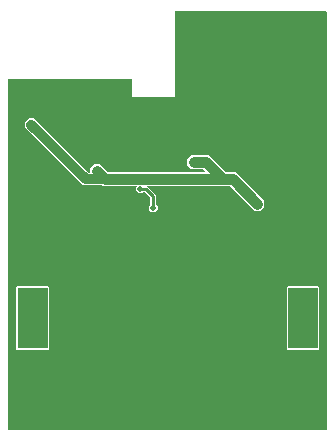
<source format=gbr>
G04 EAGLE Gerber RS-274X export*
G75*
%MOMM*%
%FSLAX34Y34*%
%LPD*%
%INBottom Copper*%
%IPPOS*%
%AMOC8*
5,1,8,0,0,1.08239X$1,22.5*%
G01*
%ADD10R,2.500000X5.100000*%
%ADD11C,17.800000*%
%ADD12C,0.508000*%
%ADD13C,0.600000*%
%ADD14C,0.750000*%
%ADD15C,0.457200*%
%ADD16C,0.800000*%
%ADD17C,0.150000*%
%ADD18C,0.863600*%
%ADD19C,0.914400*%
%ADD20C,0.502400*%
%ADD21C,0.812800*%
%ADD22C,0.254000*%

G36*
X270010Y2163D02*
X270010Y2163D01*
X270018Y2161D01*
X270676Y2247D01*
X270690Y2255D01*
X270708Y2256D01*
X271320Y2510D01*
X271332Y2521D01*
X271349Y2526D01*
X271875Y2930D01*
X271883Y2944D01*
X271898Y2953D01*
X272302Y3479D01*
X272306Y3495D01*
X272318Y3508D01*
X272572Y4120D01*
X272572Y4136D01*
X272581Y4152D01*
X272667Y4810D01*
X272666Y4814D01*
X272666Y4815D01*
X272665Y4818D01*
X272668Y4826D01*
X272668Y355092D01*
X272665Y355100D01*
X272667Y355108D01*
X272581Y355766D01*
X272573Y355780D01*
X272572Y355798D01*
X272318Y356410D01*
X272307Y356422D01*
X272302Y356439D01*
X271898Y356965D01*
X271884Y356973D01*
X271875Y356988D01*
X271349Y357392D01*
X271333Y357396D01*
X271320Y357408D01*
X270883Y357590D01*
X270860Y357589D01*
X270834Y357599D01*
X144272Y357599D01*
X144270Y357598D01*
X144268Y357599D01*
X144225Y357579D01*
X144181Y357561D01*
X144181Y357559D01*
X144179Y357558D01*
X144146Y357473D01*
X144146Y284860D01*
X107060Y284860D01*
X107060Y299466D01*
X107059Y299468D01*
X107060Y299470D01*
X107040Y299513D01*
X107022Y299557D01*
X107020Y299557D01*
X107019Y299559D01*
X106934Y299592D01*
X2540Y299592D01*
X2538Y299591D01*
X2536Y299592D01*
X2493Y299572D01*
X2449Y299554D01*
X2449Y299552D01*
X2447Y299551D01*
X2414Y299466D01*
X2414Y4826D01*
X2417Y4818D01*
X2415Y4810D01*
X2501Y4152D01*
X2509Y4138D01*
X2510Y4120D01*
X2764Y3508D01*
X2775Y3496D01*
X2780Y3479D01*
X3184Y2953D01*
X3188Y2950D01*
X3189Y2950D01*
X3190Y2949D01*
X3198Y2945D01*
X3207Y2930D01*
X3733Y2526D01*
X3749Y2522D01*
X3762Y2510D01*
X4374Y2256D01*
X4390Y2256D01*
X4406Y2247D01*
X5064Y2161D01*
X5071Y2163D01*
X5080Y2160D01*
X270002Y2160D01*
X270010Y2163D01*
G37*
%LPC*%
G36*
X123909Y186871D02*
X123909Y186871D01*
X121693Y189087D01*
X121693Y192221D01*
X122390Y192918D01*
X122392Y192921D01*
X122394Y192922D01*
X122427Y193007D01*
X122427Y199640D01*
X122426Y199643D01*
X122427Y199646D01*
X122390Y199729D01*
X118026Y204094D01*
X118023Y204095D01*
X118022Y204098D01*
X117937Y204131D01*
X117403Y204131D01*
X117400Y204129D01*
X117397Y204130D01*
X117313Y204094D01*
X116080Y202861D01*
X112924Y202861D01*
X110691Y205093D01*
X110691Y208250D01*
X111437Y208995D01*
X111437Y208996D01*
X111438Y208997D01*
X111455Y209042D01*
X111474Y209086D01*
X111473Y209087D01*
X111473Y209088D01*
X111453Y209133D01*
X111434Y209176D01*
X111433Y209177D01*
X111432Y209178D01*
X111347Y209211D01*
X82134Y209211D01*
X81663Y209682D01*
X81660Y209683D01*
X81659Y209686D01*
X81574Y209719D01*
X66023Y209719D01*
X16921Y258820D01*
X16921Y263240D01*
X20046Y266365D01*
X24466Y266365D01*
X70405Y220425D01*
X70408Y220424D01*
X70410Y220421D01*
X70495Y220388D01*
X71389Y220388D01*
X71391Y220389D01*
X71393Y220388D01*
X71436Y220408D01*
X71480Y220427D01*
X71480Y220429D01*
X71482Y220429D01*
X71515Y220514D01*
X71515Y224670D01*
X74938Y228093D01*
X79778Y228093D01*
X86938Y220933D01*
X86941Y220932D01*
X86942Y220929D01*
X87027Y220896D01*
X170078Y220896D01*
X170079Y220897D01*
X170080Y220896D01*
X170124Y220916D01*
X170169Y220935D01*
X170169Y220936D01*
X170170Y220936D01*
X170187Y220981D01*
X170204Y221026D01*
X170204Y221027D01*
X170204Y221028D01*
X170168Y221112D01*
X167655Y223624D01*
X167652Y223626D01*
X167650Y223628D01*
X167566Y223661D01*
X157092Y223661D01*
X153669Y227084D01*
X153669Y231924D01*
X157092Y235347D01*
X172458Y235347D01*
X175918Y231887D01*
X186872Y220933D01*
X186875Y220932D01*
X186876Y220929D01*
X186961Y220896D01*
X195037Y220896D01*
X198496Y217437D01*
X219457Y196476D01*
X219457Y191636D01*
X216034Y188213D01*
X211194Y188213D01*
X190233Y209174D01*
X190231Y209175D01*
X190230Y209177D01*
X190229Y209177D01*
X190229Y209178D01*
X190144Y209211D01*
X120400Y209211D01*
X120399Y209210D01*
X120398Y209211D01*
X120354Y209191D01*
X120309Y209172D01*
X120309Y209171D01*
X120308Y209171D01*
X120291Y209126D01*
X120274Y209080D01*
X120274Y209079D01*
X120274Y209078D01*
X120311Y208995D01*
X125983Y203322D01*
X127509Y201797D01*
X127509Y194023D01*
X127510Y194020D01*
X127509Y194017D01*
X127546Y193934D01*
X129259Y192221D01*
X129259Y189087D01*
X127043Y186871D01*
X123909Y186871D01*
G37*
%LPD*%
%LPC*%
G36*
X239168Y70661D02*
X239168Y70661D01*
X238423Y71406D01*
X238423Y123458D01*
X239168Y124203D01*
X265220Y124203D01*
X265965Y123458D01*
X265965Y71406D01*
X265220Y70661D01*
X239168Y70661D01*
G37*
%LPD*%
%LPC*%
G36*
X10168Y70661D02*
X10168Y70661D01*
X9423Y71406D01*
X9423Y123458D01*
X10168Y124203D01*
X36220Y124203D01*
X36965Y123458D01*
X36965Y71406D01*
X36220Y70661D01*
X10168Y70661D01*
G37*
%LPD*%
D10*
X252194Y97432D03*
X23194Y97432D03*
D11*
X137694Y97432D03*
D12*
X43434Y294894D03*
D13*
X223728Y170942D03*
D14*
X188468Y114554D03*
D15*
X10160Y280416D03*
X20320Y280416D03*
X30480Y280416D03*
X40640Y280416D03*
X45720Y271526D03*
X55880Y271526D03*
X50800Y280416D03*
X60960Y280416D03*
X71120Y280416D03*
X66040Y271526D03*
X151130Y279146D03*
X76200Y271526D03*
X86360Y274066D03*
X81280Y280416D03*
X91440Y280416D03*
X101600Y280416D03*
X96520Y271526D03*
X105410Y272796D03*
X130810Y280416D03*
X140970Y279146D03*
X158750Y272796D03*
X102870Y265176D03*
X158750Y262636D03*
X151130Y256286D03*
X142240Y256286D03*
X104648Y244602D03*
X104648Y234442D03*
X104648Y224282D03*
X114808Y234442D03*
X114808Y244602D03*
X114808Y224282D03*
X124968Y244602D03*
X124968Y234442D03*
X124968Y224282D03*
X135890Y251206D03*
D13*
X202392Y185420D03*
D16*
X246888Y87884D03*
X246888Y77216D03*
X246888Y98552D03*
X246888Y108458D03*
X246888Y118618D03*
X258699Y111252D03*
D17*
X252194Y97432D02*
X248008Y97432D01*
X247943Y97434D01*
X247878Y97440D01*
X247814Y97449D01*
X247750Y97462D01*
X247687Y97479D01*
X247625Y97500D01*
X247564Y97524D01*
X247505Y97551D01*
X247448Y97582D01*
X247393Y97616D01*
X247339Y97654D01*
X247288Y97694D01*
X247239Y97737D01*
X247193Y97783D01*
X247150Y97832D01*
X247110Y97883D01*
X247072Y97937D01*
X247038Y97992D01*
X247007Y98049D01*
X246980Y98108D01*
X246956Y98169D01*
X246935Y98231D01*
X246918Y98294D01*
X246905Y98358D01*
X246896Y98422D01*
X246890Y98487D01*
X246888Y98552D01*
D18*
X213614Y194056D03*
D19*
X192617Y215053D01*
X184489Y215053D02*
X170038Y229504D01*
X159512Y229504D01*
D14*
X159512Y229504D03*
D20*
X77358Y222250D03*
D19*
X184489Y215053D02*
X192617Y215053D01*
X184489Y215053D02*
X84555Y215053D01*
X77358Y222250D01*
D21*
X84555Y215053D02*
X68233Y215053D01*
X22256Y261030D01*
D14*
X22256Y261030D03*
D12*
X114502Y206671D03*
D22*
X119041Y206671D01*
X124968Y200745D01*
X124968Y191162D01*
X125476Y190654D01*
D20*
X125476Y190654D03*
D16*
X258699Y87376D03*
M02*

</source>
